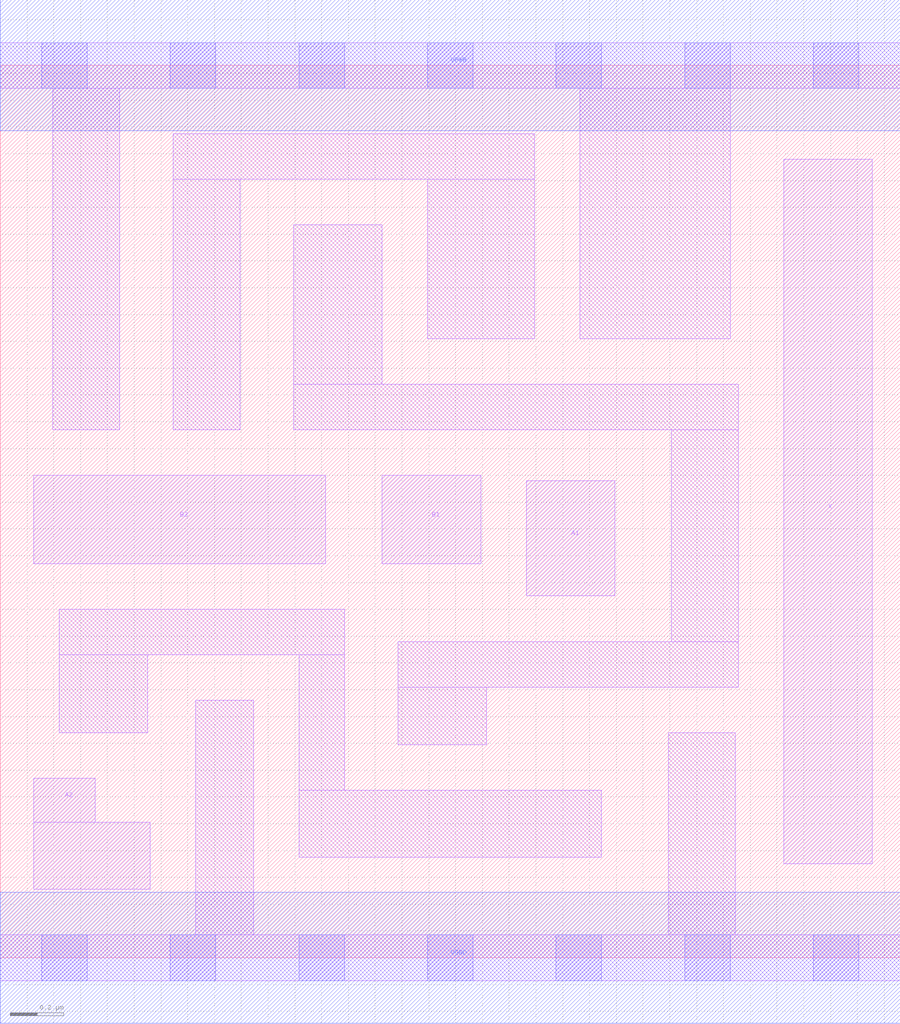
<source format=lef>
# Copyright 2020 The SkyWater PDK Authors
#
# Licensed under the Apache License, Version 2.0 (the "License");
# you may not use this file except in compliance with the License.
# You may obtain a copy of the License at
#
#     https://www.apache.org/licenses/LICENSE-2.0
#
# Unless required by applicable law or agreed to in writing, software
# distributed under the License is distributed on an "AS IS" BASIS,
# WITHOUT WARRANTIES OR CONDITIONS OF ANY KIND, either express or implied.
# See the License for the specific language governing permissions and
# limitations under the License.
#
# SPDX-License-Identifier: Apache-2.0

VERSION 5.7 ;
  NAMESCASESENSITIVE ON ;
  NOWIREEXTENSIONATPIN ON ;
  DIVIDERCHAR "/" ;
  BUSBITCHARS "[]" ;
UNITS
  DATABASE MICRONS 200 ;
END UNITS
MACRO sky130_fd_sc_ls__a22o_1
  CLASS CORE ;
  FOREIGN sky130_fd_sc_ls__a22o_1 ;
  ORIGIN  0.000000  0.000000 ;
  SIZE  3.360000 BY  3.330000 ;
  SYMMETRY X Y ;
  SITE unit ;
  PIN A1
    ANTENNAGATEAREA  0.246000 ;
    DIRECTION INPUT ;
    USE SIGNAL ;
    PORT
      LAYER li1 ;
        RECT 1.965000 1.350000 2.295000 1.780000 ;
    END
  END A1
  PIN A2
    ANTENNAGATEAREA  0.246000 ;
    DIRECTION INPUT ;
    USE SIGNAL ;
    PORT
      LAYER li1 ;
        RECT 0.125000 0.255000 0.560000 0.505000 ;
        RECT 0.125000 0.505000 0.355000 0.670000 ;
    END
  END A2
  PIN B1
    ANTENNAGATEAREA  0.246000 ;
    DIRECTION INPUT ;
    USE SIGNAL ;
    PORT
      LAYER li1 ;
        RECT 1.425000 1.470000 1.795000 1.800000 ;
    END
  END B1
  PIN B2
    ANTENNAGATEAREA  0.246000 ;
    DIRECTION INPUT ;
    USE SIGNAL ;
    PORT
      LAYER li1 ;
        RECT 0.125000 1.470000 1.215000 1.800000 ;
    END
  END B2
  PIN X
    ANTENNADIFFAREA  0.504100 ;
    DIRECTION OUTPUT ;
    USE SIGNAL ;
    PORT
      LAYER li1 ;
        RECT 2.925000 0.350000 3.255000 2.980000 ;
    END
  END X
  PIN VGND
    DIRECTION INOUT ;
    SHAPE ABUTMENT ;
    USE GROUND ;
    PORT
      LAYER met1 ;
        RECT 0.000000 -0.245000 3.360000 0.245000 ;
    END
  END VGND
  PIN VPWR
    DIRECTION INOUT ;
    SHAPE ABUTMENT ;
    USE POWER ;
    PORT
      LAYER met1 ;
        RECT 0.000000 3.085000 3.360000 3.575000 ;
    END
  END VPWR
  OBS
    LAYER li1 ;
      RECT 0.000000 -0.085000 3.360000 0.085000 ;
      RECT 0.000000  3.245000 3.360000 3.415000 ;
      RECT 0.195000  1.970000 0.445000 3.245000 ;
      RECT 0.220000  0.840000 0.550000 1.130000 ;
      RECT 0.220000  1.130000 1.285000 1.300000 ;
      RECT 0.645000  1.970000 0.895000 2.905000 ;
      RECT 0.645000  2.905000 1.995000 3.075000 ;
      RECT 0.730000  0.085000 0.945000 0.960000 ;
      RECT 1.095000  1.970000 2.755000 2.140000 ;
      RECT 1.095000  2.140000 1.425000 2.735000 ;
      RECT 1.115000  0.375000 2.245000 0.625000 ;
      RECT 1.115000  0.625000 1.285000 1.130000 ;
      RECT 1.485000  0.795000 1.815000 1.010000 ;
      RECT 1.485000  1.010000 2.755000 1.180000 ;
      RECT 1.595000  2.310000 1.995000 2.905000 ;
      RECT 2.165000  2.310000 2.725000 3.245000 ;
      RECT 2.495000  0.085000 2.745000 0.840000 ;
      RECT 2.505000  1.180000 2.755000 1.970000 ;
    LAYER mcon ;
      RECT 0.155000 -0.085000 0.325000 0.085000 ;
      RECT 0.155000  3.245000 0.325000 3.415000 ;
      RECT 0.635000 -0.085000 0.805000 0.085000 ;
      RECT 0.635000  3.245000 0.805000 3.415000 ;
      RECT 1.115000 -0.085000 1.285000 0.085000 ;
      RECT 1.115000  3.245000 1.285000 3.415000 ;
      RECT 1.595000 -0.085000 1.765000 0.085000 ;
      RECT 1.595000  3.245000 1.765000 3.415000 ;
      RECT 2.075000 -0.085000 2.245000 0.085000 ;
      RECT 2.075000  3.245000 2.245000 3.415000 ;
      RECT 2.555000 -0.085000 2.725000 0.085000 ;
      RECT 2.555000  3.245000 2.725000 3.415000 ;
      RECT 3.035000 -0.085000 3.205000 0.085000 ;
      RECT 3.035000  3.245000 3.205000 3.415000 ;
  END
END sky130_fd_sc_ls__a22o_1
END LIBRARY

</source>
